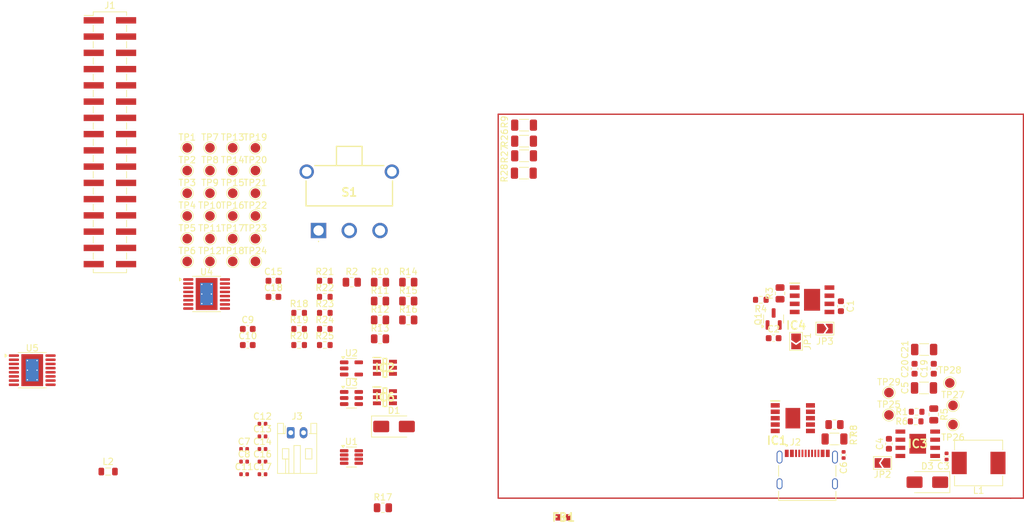
<source format=kicad_pcb>
(kicad_pcb (version 20221018) (generator pcbnew)
  (layers (0 "F.Cu" signal) (31 "B.Cu" signal) (34 "B.Paste" user) (35 "F.Paste" user) (36 "B.SilkS" user "B.Silkscreen") (37 "F.SilkS" user "F.Silkscreen") (38 "B.Mask" user) (39 "F.Mask" user) (44 "Edge.Cuts" user))
  (net 0 "")
  (net 1 "Net-(IC4-BAT)")
  (net 2 "GND")
  (net 3 "Net-(IC4-CE)")
  (net 4 "Net-(D3-K)")
  (net 5 "Net-(IC3-BOOT)")
  (net 6 "Net-(IC3-VIN)")
  (net 7 "+5V")
  (net 8 "Net-(IC1-VDD)")
  (net 9 "Monitor_out")
  (net 10 "3V3 Out")
  (net 11 "5V Out")
  (net 12 "Net-(IC2-R1{slash}C1)")
  (net 13 "Net-(IC6-R1{slash}C1)")
  (net 14 "Net-(U4-VCP)")
  (net 15 "Net-(U4-VINT)")
  (net 16 "Net-(U5B-VCP)")
  (net 17 "Net-(U5B-VINT)")
  (net 18 "Net-(IC1-DM)")
  (net 19 "Net-(IC1-CC2)")
  (net 20 "Net-(IC1-CC1)")
  (net 21 "Net-(IC1-VBUS)")
  (net 23 "Net-(IC2-R2)")
  (net 24 "EXT_LOAD2_OUT")
  (net 25 "CTRL_EXT_LOAD1")
  (net 28 "Net-(IC3-VSENSE)")
  (net 30 "Net-(IC4-PROG)")
  (net 31 "Net-(IC6-R2)")
  (net 32 "EXT_LOAD1_OUT")
  (net 33 "CTRL_EXT_LOAD2")
  (net 34 "Motor2_B_OUT")
  (net 35 "Motor2_A_OUT")
  (net 36 "Motor4_A_OUT")
  (net 37 "MOTOR2_CTRL1")
  (net 38 "Motor4_B_OUT")
  (net 39 "MOTOR2_CTRL2")
  (net 40 "MOTOR4_CTRL1")
  (net 41 "USART2_RX")
  (net 42 "MOTOR4_CTRL2")
  (net 43 "USART2_TX")
  (net 44 "FAST_CHARGE_CTRL")
  (net 45 "Battery")
  (net 46 "I2C1_SCL")
  (net 47 "I2C1_SDA")
  (net 48 "HV")
  (net 50 "MOTOR3_CTRL1")
  (net 51 "MOTOR3_CTRL2")
  (net 52 "MOTOR3_A_OUT")
  (net 53 "MOTOR1_CTRL1")
  (net 54 "MOTOR3_B_OUT")
  (net 55 "MOTOR1_CTRL2")
  (net 56 "MOTOR1_B_OUT")
  (net 57 "MOTOR1_A_OUT")
  (net 64 "Charging")
  (net 65 "Net-(U3-SW)")
  (net 66 "Net-(Q1-D)")
  (net 67 "Net-(R1-Pad1)")
  (net 68 "Net-(R10-Pad1)")
  (net 69 "Bat_out")
  (net 70 "Net-(U3-FB)")
  (net 71 "Net-(U4-AISEN)")
  (net 72 "Net-(U4-BISEN)")
  (net 73 "Net-(U5B-AISEN)")
  (net 74 "Net-(U5B-BISEN)")
  (net 75 "/Switch Out")
  (net 80 "ANAL_GND")
  (footprint "Resistor_SMD:R_0603_1608Metric" (layer "F.Cu") (at 125.93 82.05)
    (fp_text reference "R23" (at 0 -1.43) (layer "F.SilkS"))
    (fp_text value "2R")
    (pad "1" smd roundrect (at -0.825 0) (size 0.8 0.95) (layers "F.Cu" "F.Paste" "F.Mask") (net 2 "GND"))
    (pad "2" smd roundrect (at 0.825 0) (size 0.8 0.95) (layers "F.Cu" "F.Paste" "F.Mask") (net 74 "Net-(U5B-BISEN)"))
  )
  (footprint "Resistor_SMD:R_0603_1608Metric" (layer "F.Cu") (at 121.92 84.56)
    (fp_text reference "R19" (at 0 -1.43) (layer "F.SilkS"))
    (fp_text value "1R")
    (pad "1" smd roundrect (at -0.825 0) (size 0.8 0.95) (layers "F.Cu" "F.Paste" "F.Mask") (net 2 "GND"))
    (pad "2" smd roundrect (at 0.825 0) (size 0.8 0.95) (layers "F.Cu" "F.Paste" "F.Mask") (net 72 "Net-(U4-BISEN)"))
  )
  (footprint "Resistor_SMD:R_1206_3216Metric" (layer "F.Cu") (at 157 60.21)
    (fp_text reference "R28" (at -3.0375 0 90) (layer "F.SilkS"))
    (fp_text value "R100")
    (pad "1" smd roundrect (at -1.4625 0) (size 1.125 1.75) (layers "F.Cu" "F.Paste" "F.Mask") (roundrect_rratio 0.222222) (net 9 "Monitor_out"))
    (pad "2" smd roundrect (at 1.4625 0) (size 1.125 1.75) (layers "F.Cu" "F.Paste" "F.Mask") (roundrect_rratio 0.222222) (net 69 "Bat_out"))
  )
  (footprint "Capacitor_SMD:C_0402_1005Metric" (layer "F.Cu") (at 116.2 101.35)
    (fp_text reference "C13" (at 0 -1.16) (layer "F.SilkS"))
    (fp_text value "10nF")
    (pad "1" smd roundrect (at -0.48 0) (size 0.56 0.62) (layers "F.Cu" "F.Paste" "F.Mask") (net 14 "Net-(U4-VCP)"))
    (pad "2" smd roundrect (at 0.48 0) (size 0.56 0.62) (layers "F.Cu" "F.Paste" "F.Mask") (net 9 "Monitor_out"))
  )
  (footprint "Resistor_SMD:R_1206_3216Metric" (layer "F.Cu") (at 157.0375 57.5)
    (fp_text reference "R27" (at -3.0375 -0.29 90) (layer "F.SilkS"))
    (fp_text value "R100")
    (pad "1" smd roundrect (at -1.4625 0) (size 1.125 1.75) (layers "F.Cu" "F.Paste" "F.Mask") (roundrect_rratio 0.222222) (net 9 "Monitor_out"))
    (pad "2" smd roundrect (at 1.4625 0) (size 1.125 1.75) (layers "F.Cu" "F.Paste" "F.Mask") (roundrect_rratio 0.222222) (net 69 "Bat_out"))
  )
  (footprint "Capacitor_SMD:C_1206_3216Metric" (layer "F.Cu") (at 219.5 87.775 180)
    (fp_text reference "C21" (at 3 0 90) (layer "F.SilkS"))
    (fp_text value "100uF")
    (pad "1" smd roundrect (at -1.475 0 180) (size 1.15 1.8) (layers "F.Cu" "F.Paste" "F.Mask") (roundrect_rratio 0.217391) (net 7 "+5V"))
    (pad "2" smd roundrect (at 1.475 0 180) (size 1.15 1.8) (layers "F.Cu" "F.Paste" "F.Mask") (roundrect_rratio 0.217391) (net 2 "GND"))
  )
  (footprint "TestPoint:TestPoint_Pad_D1.5mm" (layer "F.Cu") (at 115.1 66.9)
    (fp_text reference "TP22" (at 0 -1.648) (layer "F.SilkS"))
    (fp_text value "TestPoint")
    (pad "1" smd circle (at 0 0) (size 1.5 1.5) (layers "F.Cu" "F.Mask") (net 2 "GND"))
  )
  (footprint "TestPoint:TestPoint_Pad_D1.5mm" (layer "F.Cu") (at 224 96.5)
    (fp_text reference "TP27" (at 0 -1.648) (layer "F.SilkS"))
    (fp_text value "TestPoint" hide)
    (pad "1" smd circle (at 0 0) (size 1.5 1.5) (layers "F.Cu" "F.Mask") (net 7 "+5V"))
  )
  (footprint "Capacitor_SMD:C_0402_1005Metric" (layer "F.Cu") (at 113.33 103.32)
    (fp_text reference "C7" (at 0 -1.16) (layer "F.SilkS"))
    (fp_text value "1uF")
    (pad "1" smd roundrect (at -0.48 0) (size 0.56 0.62) (layers "F.Cu" "F.Paste" "F.Mask") (net 2 "GND"))
    (pad "2" smd roundrect (at 0.48 0) (size 0.56 0.62) (layers "F.Cu" "F.Paste" "F.Mask") (net 9 "Monitor_out"))
  )
  (footprint "Resistor_SMD:R_0603_1608Metric" (layer "F.Cu") (at 218.325 97.5 180)
    (fp_text reference "R1" (at 2.325 0) (layer "F.SilkS"))
    (fp_text value "560R")
    (pad "1" smd roundrect (at -0.825 0 180) (size 0.8 0.95) (layers "F.Cu" "F.Paste" "F.Mask") (net 67 "Net-(R1-Pad1)"))
    (pad "2" smd roundrect (at 0.825 0 180) (size 0.8 0.95) (layers "F.Cu" "F.Paste" "F.Mask") (net 2 "GND"))
  )
  (footprint "Capacitor_SMD:C_0603_1608Metric" (layer "F.Cu") (at 117.91 77.03)
    (fp_text reference "C15" (at 0 -1.43) (layer "F.SilkS"))
    (fp_text value "10uF")
    (pad "1" smd roundrect (at -0.775 0) (size 0.9 0.95) (layers "F.Cu" "F.Paste" "F.Mask") (net 9 "Monitor_out"))
    (pad "2" smd roundrect (at 0.775 0) (size 0.9 0.95) (layers "F.Cu" "F.Paste" "F.Mask") (net 2 "GND"))
  )
  (footprint "Resistor_SMD:R_1206_3216Metric" (layer "F.Cu") (at 157.0375 55.21)
    (fp_text reference "R26" (at -3.0375 -0.5 90) (layer "F.SilkS"))
    (fp_text value "R100")
    (pad "1" smd roundrect (at -1.4625 0) (size 1.125 1.75) (layers "F.Cu" "F.Paste" "F.Mask") (roundrect_rratio 0.222222) (net 9 "Monitor_out"))
    (pad "2" smd roundrect (at 1.4625 0) (size 1.125 1.75) (layers "F.Cu" "F.Paste" "F.Mask") (roundrect_rratio 0.222222) (net 69 "Bat_out"))
  )
  (footprint "TestPoint:TestPoint_Pad_D1.5mm" (layer "F.Cu") (at 108 74)
    (fp_text reference "TP12" (at 0 -1.648) (layer "F.SilkS"))
    (fp_text value "TestPoint")
    (pad "1" smd circle (at 0 0) (size 1.5 1.5) (layers "F.Cu" "F.Mask") (net 33 "CTRL_EXT_LOAD2"))
  )
  (footprint "Resistor_SMD:R_0805_2012Metric" (layer "F.Cu") (at 197 79 90)
    (fp_text reference "R3" (at 0 -1.65 90) (layer "F.SilkS"))
    (fp_text value "5k6")
    (pad "1" smd roundrect (at -0.9125 0 90) (size 1.025 1.4) (layers "F.Cu" "F.Paste" "F.Mask") (roundrect_rratio 0.243902) (net 30 "Net-(IC4-PROG)"))
    (pad "2" smd roundrect (at 0.9125 0 90) (size 1.025 1.4) (layers "F.Cu" "F.Paste" "F.Mask") (roundrect_rratio 0.243902) (net 2 "GND"))
  )
  (footprint "Resistor_SMD:R_0805_2012Metric" (layer "F.Cu") (at 134.55 80.2)
    (fp_text reference "R11" (at 0 -1.65) (layer "F.SilkS"))
    (fp_text value "22k")
    (pad "1" smd roundrect (at -0.9125 0) (size 1.025 1.4) (layers "F.Cu" "F.Paste" "F.Mask") (roundrect_rratio 0.243902) (net 70 "Net-(U3-FB)"))
    (pad "2" smd roundrect (at 0.9125 0) (size 1.025 1.4) (layers "F.Cu" "F.Paste" "F.Mask") (roundrect_rratio 0.243902) (net 2 "GND"))
  )
  (footprint "Resistor_SMD:R_0805_2012Metric" (layer "F.Cu") (at 138.96 77.25)
    (fp_text reference "R14" (at 0 -1.65) (layer "F.SilkS"))
    (fp_text value "10k")
    (pad "1" smd roundrect (at -0.9125 0) (size 1.025 1.4) (layers "F.Cu" "F.Paste" "F.Mask") (roundrect_rratio 0.243902) (net 25 "CTRL_EXT_LOAD1"))
    (pad "2" smd roundrect (at 0.9125 0) (size 1.025 1.4) (layers "F.Cu" "F.Paste" "F.Mask") (roundrect_rratio 0.243902) (net 2 "GND"))
  )
  (footprint "Capacitor_SMD:C_0603_1608Metric" (layer "F.Cu") (at 218 90.775 -90)
    (fp_text reference "C20" (at 0 1.5 90) (layer "F.SilkS"))
    (fp_text value "10uF")
    (pad "1" smd roundrect (at -0.775 0 270) (size 0.9 0.95) (layers "F.Cu" "F.Paste" "F.Mask") (net 7 "+5V"))
    (pad "2" smd roundrect (at 0.775 0 270) (size 0.9 0.95) (layers "F.Cu" "F.Paste" "F.Mask") (net 2 "GND"))
  )
  (footprint "Capacitor_SMD:C_1206_3216Metric" (layer "F.Cu") (at 219.475 93.775 180)
    (fp_text reference "C5" (at 2.975 0 90) (layer "F.SilkS"))
    (fp_text value "100uF")
    (pad "1" smd roundrect (at -1.475 0 180) (size 1.15 1.8) (layers "F.Cu" "F.Paste" "F.Mask") (roundrect_rratio 0.217391) (net 7 "+5V"))
    (pad "2" smd roundrect (at 1.475 0 180) (size 1.15 1.8) (layers "F.Cu" "F.Paste" "F.Mask") (roundrect_rratio 0.217391) (net 2 "GND"))
  )
  (footprint "Capacitor_SMD:C_0603_1608Metric" (layer "F.Cu") (at 117.91 79.54)
    (fp_text reference "C18" (at 0 -1.43) (layer "F.SilkS"))
    (fp_text value "10uF")
    (pad "1" smd roundrect (at -0.775 0) (size 0.9 0.95) (layers "F.Cu" "F.Paste" "F.Mask") (net 9 "Monitor_out"))
    (pad "2" smd roundrect (at 0.775 0) (size 0.9 0.95) (layers "F.Cu" "F.Paste" "F.Mask") (net 2 "GND"))
  )
  (footprint "TestPoint:TestPoint_Pad_D1.5mm" (layer "F.Cu") (at 104.45 74)
    (fp_text reference "TP6" (at 0 -1.648) (layer "F.SilkS"))
    (fp_text value "TestPoint")
    (pad "1" smd circle (at 0 0) (size 1.5 1.5) (layers "F.Cu" "F.Mask") (net 9 "Monitor_out"))
  )
  (footprint "Capacitor_SMD:C_0603_1608Metric" (layer "F.Cu") (at 221 90.775 -90)
    (fp_text reference "C19" (at 0 1.5 90) (layer "F.SilkS"))
    (fp_text value "10uF")
    (pad "1" smd roundrect (at -0.775 0 270) (size 0.9 0.95) (layers "F.Cu" "F.Paste" "F.Mask") (net 7 "+5V"))
    (pad "2" smd roundrect (at 0.775 0 270) (size 0.9 0.95) (layers "F.Cu" "F.Paste" "F.Mask") (net 2 "GND"))
  )
  (footprint "TestPoint:TestPoint_Pad_D1.5mm" (layer "F.Cu") (at 115.1 63.35)
    (fp_text reference "TP21" (at 0 -1.648) (layer "F.SilkS"))
    (fp_text value "TestPoint")
    (pad "1" smd circle (at 0 0) (size 1.5 1.5) (layers "F.Cu" "F.Mask") (net 2 "GND"))
  )
  (footprint "Type-C-31-m-12:HRO_TYPE-C-31-M-12" (layer "F.Cu") (at 201.25 108.75)
    (fp_text reference "J2" (at -1.85 -6.5) (layer "F.SilkS"))
    (fp_text value "TYPE-C-31-M-12")
    (pad "" np_thru_hole circle (at -2.89 -3.68) (size 0.6 0.6) (drill 0.6) (layers "*.Cu" "*.Mask"))
    (pad "" np_thru_hole circle (at 2.89 -3.68) (size 0.6 0.6) (drill 0.6) (layers "*.Cu" "*.Mask"))
    (pad "A1_B12" smd rect (at -3.2 -4.75) (size 0.6 1.14) (layers "F.Cu" "F.Paste") (net 2 "GND"))
    (pad "A4_B9" smd rect (at -2.4 -4.75) (size 0.6 1.14) (layers "F.Cu" "F.Paste") (net 48 "HV"))
    (pad "A5" smd rect (at -1.25 -4.75) (size 0.3 1.14) (layers "F.Cu" "F.Paste") (net 20 "Net-(IC1-CC1)"))
    (pad "A6" smd rect (at -0.25 -4.75) (size 0.3 1.14) (layers "F.Cu" "F.Paste"))
    (pad "A7" smd rect (at 0.25 -4.75) (size 0.3 1.14) (layers "F.Cu" "F.Paste"))
    (pad "A8" smd rect (at 1.25 -4.75) (size 0.3 1.14) (layers "F.Cu" "F.Paste"))
    (pad "B1_A12" smd rect (at 3.2 -4.75) (size 0.6 1.14) (layers "F.Cu" "F.Paste") (net 2 "GND"))
    (pad "B4_A9" smd rect (at 2.4 -4.75) (size 0.6 1.14) (layers "F.Cu" "F.Paste") (net 48 "HV"))
    (pad "B5" smd rect (at 1.75 -4.75) (size 0.3 1.14) (layers "F.Cu" "F.Paste") (net 19 "Net-(IC1-CC2)"))
    (pad "B6" smd rect (at 0.75 -4.75) (size 0.3 1.14) (layers "F.Cu" "F.Paste"))
    (pad "B7" smd rect (at -0.75 -4.75) (size 0.3 1.14) (layers "F.Cu" "F.Paste"))
    (pad "B8" smd rect (at -1.75 -4.75) (size 0.3 1.14) (layers "F.Cu" "F.Paste"))
    (pad "S1" thru_hole oval (at -4.325 -4.17) (size 0.9 2) (drill oval 0.6 1.7) (layers "*.Cu" "*.Mask") (net 2 "GND"))
    (pad "S2" thru_hole oval (at 4.325 -4.17) (size 0.9 2) (drill oval 0.6 1.7) (layers "*.Cu" "*.Mask") (net 2 "GND"))
    (pad "S3" thru_hole oval (at -4.325 0) (size 0.9 1.7) (drill oval 0.6 1.4) (layers "*.Cu" "*.Mask") (net 2 "GND"))
    (pad "S4" thru_hole oval (at 4.325 0) (size 0.9 1.7) (drill oval 0.6 1.4) (layers "*.Cu" "*.Mask") (net 2 "GND"))
  )
  (footprint "Package_TO_SOT_SMD:TSOT-23-5" (layer "F.Cu") (at 130.09 90.725)
    (fp_text reference "U2" (at 0 -2.4) (layer "F.SilkS"))
    (fp_text value "NCV8114ASN120T1G")
    (pad "1" smd roundrect (at -1.1375 -0.95) (size 1.325 0.6) (layers "F.Cu" "F.Paste" "F.Mask") (net 9 "Monitor_out"))
    (pad "2" smd roundrect (at -1.1375 0) (size 1.325 0.6) (layers "F.Cu" "F.Paste" "F.Mask") (net 2 "GND"))
    (pad "3" smd roundrect (at -1.1375 0.95) (size 1.325 0.6) (layers "F.Cu" "F.Paste" "F.Mask") (net 9 "Monitor_out"))
    (pad "4" smd roundrect (at 1.1375 0.95) (size 1.325 0.6) (layers "F.Cu" "F.Paste" "F.Mask"))
    (pad "5" smd roundrect (at 1.1375 -0.95) (size 1.325 0.6) (layers "F.Cu" "F.Paste" "F.Mask") (net 10 "3V3 Out"))
  )
  (footprint "Capacitor_SMD:C_0402_1005Metric" (layer "F.Cu") (at 113.33 107.26)
    (fp_text reference "C11" (at 0 -1.16) (layer "F.SilkS"))
    (fp_text value "10nF")
    (pad "1" smd roundrect (at -0.48 0) (size 0.56 0.62) (layers "F.Cu" "F.Paste" "F.Mask") (net 2 "GND"))
    (pad "2" smd roundrect (at 0.48 0) (size 0.56 0.62) (layers "F.Cu" "F.Paste" "F.Mask") (net 12 "Net-(IC2-R1{slash}C1)"))
  )
  (footprint "Capacitor_SMD:C_0402_1005Metric" (layer "F.Cu") (at 116.2 99.38)
    (fp_text reference "C12" (at 0 -1.16) (layer "F.SilkS"))
    (fp_text value "10nF")
    (pad "1" smd roundrect (at -0.48 0) (size 0.56 0.62) (layers "F.Cu" "F.Paste" "F.Mask") (net 2 "GND"))
    (pad "2" smd roundrect (at 0.48 0) (size 0.56 0.62) (layers "F.Cu" "F.Paste" "F.Mask") (net 13 "Net-(IC6-R1{slash}C1)"))
  )
  (footprint "TestPoint:TestPoint_Pad_D1.5mm" (layer "F.Cu") (at 111.55 63.35)
    (fp_text reference "TP15" (at 0 -1.648) (layer "F.SilkS"))
    (fp_text value "TestPoint")
    (pad "1" smd circle (at 0 0) (size 1.5 1.5) (layers "F.Cu" "F.Mask") (net 73 "Net-(U5B-AISEN)"))
  )
  (footprint "TestPoint:TestPoint_Pad_D1.5mm" (layer "F.Cu") (at 224 99.5)
    (fp_text reference "TP26" (at 0 2) (layer "F.SilkS"))
    (fp_text value "TestPoint" hide)
    (pad "1" smd circle (at 0 0) (size 1.5 1.5) (layers "F.Cu" "F.Mask") (net 28 "Net-(IC3-VSENSE)"))
  )
  (footprint "Capacitor_SMD:C_0402_1005Metric" (layer "F.Cu") (at 116.2 105.29)
    (fp_text reference "C16" (at 0 -1.16) (layer "F.SilkS"))
    (fp_text value "10nF")
    (pad "1" smd roundrect (at -0.48 0) (size 0.56 0.62) (layers "F.Cu" "F.Paste" "F.Mask") (net 16 "Net-(U5B-VCP)"))
    (pad "2" smd roundrect (at 0.48 0) (size 0.56 0.62) (layers "F.Cu" "F.Paste" "F.Mask") (net 9 "Monitor_out"))
  )
  (footprint "Capacitor_SMD:C_0402_1005Metric" (layer "F.Cu") (at 116.2 107.26)
    (fp_text reference "C17" (at 0 -1.16) (layer "F.SilkS"))
    (fp_text value "2.2uF")
    (pad "1" smd roundrect (at -0.48 0) (size 0.56 0.62) (layers "F.Cu" "F.Paste" "F.Mask") (net 17 "Net-(U5B-VINT)"))
    (pad "2" smd roundrect (at 0.48 0) (size 0.56 0.62) (layers "F.Cu" "F.Paste" "F.Mask") (net 2 "GND"))
  )
  (footprint "Capacitor_SMD:C_0603_1608Metric" (layer "F.Cu") (at 196 86)
    (fp_text reference "C2" (at 0 -1.43) (layer "F.SilkS"))
    (fp_text value "10uF")
    (pad "1" smd roundrect (at -0.775 0) (size 0.9 0.95) (layers "F.Cu" "F.Paste" "F.Mask") (net 2 "GND"))
    (pad "2" smd roundrect (at 0.775 0) (size 0.9 0.95) (layers "F.Cu" "F.Paste" "F.Mask") (net 3 "Net-(IC4-CE)"))
  )
  (footprint "TestPoint:TestPoint_Pad_D1.5mm" (layer "F.Cu") (at 111.55 74)
    (fp_text reference "TP18" (at 0 -1.648) (layer "F.SilkS"))
    (fp_text value "TestPoint")
    (pad "1" smd circle (at 0 0) (size 1.5 1.5) (layers "F.Cu" "F.Mask") (net 2 "GND"))
  )
  (footprint "Connector_PinHeader_2.54mm:PinHeader_2x16_P2.54mm_Vertical_SMD" (layer "F.Cu") (at 92.38 55.38)
    (fp_text reference "J1" (at 0 -21.38) (layer "F.SilkS"))
    (fp_text value "Conn_02x16_Odd_Even")
    (pad "1" smd rect (at -2.525 -19.05) (size 3.15 1) (layers "F.Cu" "F.Paste" "F.Mask") (net 34 "Motor2_B_OUT"))
    (pad "2" smd rect (at 2.525 -19.05) (size 3.15 1) (layers "F.Cu" "F.Paste" "F.Mask") (net 35 "Motor2_A_OUT"))
    (pad "3" smd rect (at -2.525 -16.51) (size 3.15 1) (layers "F.Cu" "F.Paste" "F.Mask") (net 36 "Motor4_A_OUT"))
    (pad "4" smd rect (at 2.525 -16.51) (size 3.15 1) (layers "F.Cu" "F.Paste" "F.Mask") (net 37 "MOTOR2_CTRL1"))
    (pad "5" smd rect (at -2.525 -13.97) (size 3.15 1) (layers "F.Cu" "F.Paste" "F.Mask") (net 38 "Motor4_B_OUT"))
    (pad "6" smd rect (at 2.525 -13.97) (size 3.15 1) (layers "F.Cu" "F.Paste" "F.Mask") (net 39 "MOTOR2_CTRL2"))
    (pad "7" smd rect (at -2.525 -11.43) (size 3.15 1) (layers "F.Cu" "F.Paste" "F.Mask") (net 33 "CTRL_EXT_LOAD2"))
    (pad "8" smd rect (at 2.525 -11.43) (size 3.15 1) (layers "F.Cu" "F.Paste" "F.Mask") (net 40 "MOTOR4_CTRL1"))
    (pad "9" smd rect (at -2.525 -8.89) (size 3.15 1) (layers "F.Cu" "F.Paste" "F.Mask") (net 41 "USART2_RX"))
    (pad "10" smd rect (at 2.525 -8.89) (size 3.15 1) (layers "F.Cu" "F.Paste" "F.Mask") (net 42 "MOTOR4_CTRL2"))
    (pad "11" smd rect (at -2.525 -6.35) (size 3.15 1) (layers "F.Cu" "F.Paste" "F.Mask") (net 24 "EXT_LOAD2_OUT"))
    (pad "12" smd rect (at 2.525 -6.35) (size 3.15 1) (layers "F.Cu" "F.Paste" "F.Mask") (net 43 "USART2_TX"))
    (pad "13" smd rect (at -2.525 -3.81) (size 3.15 1) (layers "F.Cu" "F.Paste" "F.Mask") (net 44 "FAST_CHARGE_CTRL"))
    (pad "14" smd rect (at 2.525 -3.81) (size 3.15 1) (layers "F.Cu" "F.Paste" "F.Mask") (net 45 "Battery"))
    (pad "15" smd rect (at -2.525 -1.27) (size 3.15 1) (layers "F.Cu" "F.Paste" "F.Mask") (net 2 "GND"))
    (pad "16" smd rect (at 2.525 -1.27) (size 3.15 1) (layers "F.Cu" "F.Paste" "F.Mask") (net 46 "I2C1_SCL"))
    (pad "17" smd rect (at -2.525 1.27) (size 3.15 1) (layers "F.Cu" "F.Paste" "F.Mask") (net 47 "I2C1_SDA"))
    (pad "18" smd rect (at 2.525 1.27) (size 3.15 1) (layers "F.Cu" "F.Paste" "F.Mask") (net 10 "3V3 Out"))
    (pad "19" smd rect (at -2.525 3.81) (size 3.15 1) (layers "F.Cu" "F.Paste" "F.Mask") (net 2 "GND"))
    (pad "20" smd rect (at 2.525 3.81) (size 3.15 1) (layers "F.Cu" "F.Paste" "F.Mask") (net 11 "5V Out"))
    (pad "21" smd rect (at -2.525 6.35) (size 3.15 1) (layers "F.Cu" "F.Paste" "F.Mask") (net 32 "EXT_LOAD1_OUT"))
    (pad "22" smd rect (at 2.525 6.35) (size 3.15 1) (layers "F.Cu" "F.Paste" "F.Mask") (net 48 "HV"))
    (pad "23" smd rect (at -2.525 8.89) (size 3.15 1) (layers "F.Cu" "F.Paste" "F.Mask"))
    (pad "24" smd rect (at 2.525 8.89) (size 3.15 1) (layers "F.Cu" "F.Paste" "F.Mask") (net 50 "MOTOR3_CTRL1"))
    (pad "25" smd rect (at -2.525 11.43) (size 3.15 1) (layers "F.Cu" "F.Paste" "F.Mask") (net 25 "CTRL_EXT_LOAD1"))
    (pad "26" smd rect (at 2.525 11.43) (size 3.15 1) (layers "F.Cu" "F.Paste" "F.Mask") (net 51 "MOTOR3_CTRL2"))
    (pad "27" smd rect (at -2.525 13.97) (size 3.15 1) (layers "F.Cu" "F.Paste" "F.Mask") (net 52 "MOTOR3_A_OUT"))
    (pad "28" smd rect (at 2.525 13.97) (size 3.15 1) (layers "F.Cu" "F.Paste" "F.Mask") (net 53 "MOTOR1_CTRL1"))
    (pad "29" smd rect (at -2.525 16.51) (size 3.15 1) (layers "F.Cu" "F.Paste" "F.Mask") (net 54 "MOTOR3_B_OUT"))
    (pad "30" smd rect (at 2.525 16.51) (size 3.15 1) (layers "F.Cu" "F.Paste" "F.Mask") (net 55 "MOTOR1_CTRL2"))
    (pad "31" smd rect (at -2.525 19.05) (size 3.15 1) (layers "F.Cu" "F.Paste" "F.Mask") (net 56 "MOTOR1_B_OUT"))
    (pad "32" smd rect (at 2.525 19.05) (size 3.15 1) (layers "F.Cu" "F.Paste" "F.Mask") (net 57 "MOTOR1_A_OUT"))
  )
  (footprint "TPS27081ADDCR:SOT95P280X110-6N" (layer "F.Cu") (at 135.315 90.625)
    (fp_text reference "IC2" (at 0 0) (layer "F.SilkS") (effects (font (size 1.27 1.27) (thickness 0.254))))
    (fp_text value "TPS27081ADDCR" hide)
    (pad "1" smd rect (at -1.25 -0.95 90) (size 0.6 1.25) (layers "F.Cu" "F.Paste" "F.Mask") (net 23 "Net-(IC2-R2)"))
    (pad "2" smd rect (at -1.25 0 90) (size 0.6 1.25) (layers "F.Cu" "F.Paste" "F.Mask") (net 24 "EXT_LOAD2_OUT"))
    (pad "3" smd rect (at -1.25 0.95 90) (size 0.6 1.25) (layers "F.Cu" "F.Paste" "F.Mask") (net 24 "EXT_LOAD2_OUT"))
    (pad "4" smd rect (at 1.25 0.95 90) (size 0.6 1.25) (layers "F.Cu" "F.Paste" "F.Mask") (net 11 "5V Out"))
    (pad "5" smd rect (at 1.25 0 90) (size 0.6 1.25) (layers "F.Cu" "F.Paste" "F.Mask") (net 25 "CTRL_EXT_LOAD1"))
    (pad "6" smd rect (at 1.25 -0.95 90) (size 0.6 1.25) (layers "F.Cu" "F.Paste" "F.Mask") (net 12 "Net-(IC2-R1{slash}C1)"))
  )
  (footprint "TestPoint:TestPoint_Pad_D1.5mm" (layer "F.Cu") (at 111.55 56.25)
    (fp_text reference "TP13" (at 0 -1.648) (layer "F.SilkS"))
    (fp_text value "TestPoint")
    (pad "1" smd circle (at 0 0) (size 1.5 1.5) (layers "F.Cu" "F.Mask") (net 25 "CTRL_EXT_LOAD1"))
  )
  (footprint "TestPoint:TestPoint_Pad_D1.5mm" (layer "F.Cu") (at 108 70.45)
    (fp_text reference "TP11" (at 0 -1.648) (layer "F.SilkS"))
    (fp_text value "TestPoint")
    (pad "1" smd circle (at 0 0) (size 1.5 1.5) (layers "F.Cu" "F.Mask") (net 13 "Net-(IC6-R1{slash}C1)"))
  )
  (footprint "Resistor_SMD:R_0603_1608Metric" (layer "F.Cu") (at 125.93 84.56)
    (fp_text reference "R24" (at 0 -1.43) (layer "F.SilkS"))
    (fp_text value "1R")
    (pad "1" smd roundrect (at -0.825 0) (size 0.8 0.95) (layers "F.Cu" "F.Paste" "F.Mask") (net 2 "GND"))
    (pad "2" smd roundrect (at 0.825 0) (size 0.8 0.95) (layers "F.Cu" "F.Paste" "F.Mask") (net 74 "Net-(U5B-BISEN)"))
  )
  (footprint "TP4056-42-ESOP8:SOIC127P600X175-9N" (layer "F.Cu") (at 202 80)
    (fp_text reference "IC4" (at -2.5 4) (layer "F.SilkS") (effects (font (size 1.27 1.27) (thickness 0.254))))
    (fp_text value "TP4056-42-ESOP8" hide)
    (pad "1" smd rect (at -2.712 -1.905 90) (size 0.7 1.525) (layers "F.Cu" "F.Paste" "F.Mask") (net 2 "GND"))
    (pad "2" smd rect (at -2.712 -0.635 90) (size 0.7 1.525) (layers "F.Cu" "F.Paste" "F.Mask") (net 30 "Net-(IC4-PROG)"))
    (pad "3" smd rect (at -2.712 0.635 90) (size 0.7 1.525) (layers "F.Cu" "F.Paste" "F.Mask") (net 2 "GND"))
    (pad "4" smd rect (at -2.712 1.905 90) (size 0.7 1.525) (layers "F.Cu" "F.Paste" "F.Mask") (net 3 "Net-(IC4-CE)"))
    (pad "5" smd rect (at 2.712 1.905 90) (size 0.7 1.525) (layers "F.Cu" "F.Paste" "F.Mask") (net 1 "Net-(IC4-BAT)"))
    (pad "6" smd rect (at 2.712 0.635 90) (size 0.7 1.525) (layers "F.Cu" "F.Paste" "F.Mask") (net 2 "GND"))
    (pad "7" smd rect (at 2.712 -0.635 90) (size 0.7 1.525) (layers "F.Cu" "F.Paste" "F.Mask") (net 2 "GND"))
    (pad "8" smd rect (at 2.712 -1.905 90) (size 0.7 1.525) (layers "F.Cu" "F.Paste" "F.Mask") (net 3 "Net-(IC4-CE)"))
    (pad "9" smd rect (at 0 0) (size 2.513 3.402) (layers "F.Cu" "F.Paste" "F.Mask") (net 2 "GND"))
  )
  (footprint "Capacitor_SMD:C_0402_1005Metric" (layer "F.Cu") (at 113.33 105.29)
    (fp_text reference "C8" (at 0 -1.16) (layer "F.SilkS"))
    (fp_text value "1uF")
    (pad "1" smd roundrect (at -0.48 0) (size 0.56 0.62) (layers "F.Cu" "F.Paste" "F.Mask") (net 2 "GND"))
    (pad "2" smd roundrect (at 0.48 0) (size 0.56 0.62) (layers "F.Cu" "F.Paste" "F.Mask") (net 10 "3V3 Out"))
  )
  (footprint "Diode_SMD:D_SMA" (layer "F.Cu") (at 220 108.5 180)
    (fp_text reference "D3" (at 0 2.5) (layer "F.SilkS"))
    (fp_text value "SS34")
    (pad "1" smd roundrect (at -2 0 180) (size 2.5 1.8) (layers "F.Cu" "F.Paste" "F.Mask") (roundrect_rratio 0.1388888889) (net 4 "Net-(D3-K)"))
    (pad "2" smd roundrect (at 2 0 180) (size 2.5 1.8) (layers "F.Cu" "F.Paste" "F.Mask") (roundrect_rratio 0.1388888889) (net 2 "GND"))
  )
  (footprint "Capacitor_SMD:C_0603_1608Metric" (layer "F.Cu") (at 214 102.5 90)
    (fp_text reference "C4" (at 0 -1.43 90) (layer "F.SilkS"))
    (fp_text value "10uF")
    (pad "1" smd roundrect (at -0.775 0 90) (size 0.9 0.95) (layers "F.Cu" "F.Paste" "F.Mask") (net 6 "Net-(IC3-VIN)"))
    (pad "2" smd roundrect (at 0.775 0 90) (size 0.9 0.95) (layers "F.Cu" "F.Paste" "F.Mask") (net 2 "GND"))
  )
  (footprint "Package_TO_SOT_SMD:SOT-23-6" (layer "F.Cu") (at 130.09 95.35)
    (fp_text reference "U3" (at 0 -2.4) (layer "F.SilkS"))
    (fp_text value "MT3608")
    (pad "1" smd roundrect (at -1.1375 -0.95) (size 1.325 0.6) (layers "F.Cu" "F.Paste" "F.Mask") (net 65 "Net-(U3-SW)"))
    (pad "2" smd roundrect (at -1.1375 0) (size 1.325 0.6) (layers "F.Cu" "F.Paste" "F.Mask") (net 2 "GND"))
    (pad "3" smd roundrect (at -1.1375 0.95) (size 1.325 0.6) (layers "F.Cu" "F.Paste" "F.Mask") (net 70 "Net-(U3-FB)"))
    (pad "4" smd roundrect (at 1.1375 0.95) (size 1.325 0.6) (layers "F.Cu" "F.Paste" "F.Mask") (net 9 "Monitor_out"))
    (pad "5" smd roundrect (at 1.1375 0) (size 1.325 0.6) (layers "F.Cu" "F.Paste" "F.Mask") (net 9 "Monitor_out"))
    (pad "6" smd roundrect (at 1.1375 -0.95) (size 1.325 0.6) (layers "F.Cu" "F.Paste" "F.Mask"))
  )
  (footprint "TestPoint:TestPoint_Pad_D1.5mm" (layer "F.Cu") (at 115.1 74)
    (fp_text reference "TP24" (at 0 -1.648) (layer "F.SilkS"))
    (fp_text value "TestPoint")
    (pad "1" smd circle (at 0 0) (size 1.5 1.5) (layers "F.Cu" "F.Mask") (net 11 "5V Out"))
  )
  (footprint "TestPoint:TestPoint_Pad_D1.5mm" (layer "F.Cu") (at 214 98)
    (fp_text reference "TP25" (at 0 -1.648) (layer "F.SilkS"))
    (fp_text value "TestPoint" hide)
    (pad "1" smd circle (at 0 0) (size 1.5 1.5) (layers "F.Cu" "F.Mask") (net 2 "GND"))
  )
  (footprint "Resistor_SMD:R_0603_1608Metric" (layer "F.Cu") (at 194 80 180)
    (fp_text reference "R4" (at 0 -1.43) (layer "F.SilkS"))
    (fp_text value "2k7")
    (pad "1" smd roundrect (at -0.825 0 180) (size 0.8 0.95) (layers "F.Cu" "F.Paste" "F.Mask") (net 30 "Net-(IC4-PROG)"))
    (pad "2" smd roundrect (at 0.825 0 180) (size 0.8 0.95) (layers "F.Cu" "F.Paste" "F.Mask") (net 66 "Net-(Q1-D)"))
  )
  (footprint "TestPoint:TestPoint_Pad_D1.5mm" (layer "F.Cu") (at 223.5 93)
    (fp_text reference "TP28" (at 0 -2) (layer "F.SilkS"))
    (fp_text value "TestPoint" hide)
    (pad "1" smd circle (at 0 0) (size 1.5 1.5) (layers "F.Cu" "F.Mask") (net 7 "+5V"))
  )
  (footprint "Resistor_SMD:R_0805_2012Metric" (layer "F.Cu") (at 134.55 77.25)
    (fp_text reference "R10" (at 0 -1.65) (layer "F.SilkS"))
    (fp_text value "12K")
    (pad "1" smd roundrect (at -0.9125 0) (size 1.025 1.4) (layers "F.Cu" "F.Paste" "F.Mask") (roundrect_rratio 0.243902) (net 68 "Net-(R10-Pad1)"))
    (pad "2" smd roundrect (at 0.9125 0) (size 1.025 1.4) (layers "F.Cu" "F.Paste" "F.Mask") (roundrect_rratio 0.243902) (net 70 "Net-(U3-FB)"))
  )
  (footprint "Resistor_SMD:R_1206_3216Metric" (layer "F.Cu") (at 205.5 101.75 180)
    (fp_text reference "R7" (at -3 0 90) (layer "F.SilkS"))
    (fp_text value "1k")
    (pad "1" smd roundrect (at -1.4625 0 180) (size 1.125 1.75) (layers "F.Cu" "F.Paste" "F.Mask") (roundrect_rratio 0.222222) (net 48 "HV"))
    (pad "2" smd roundrect (at 1.4625 0 180) (size 1.125 1.75) (layers "F.Cu" "F.Paste" "F.Mask") (roundrect_rratio 0.222222) (net 8 "Net-(IC1-VDD)"))
  )
  (footprint "Resistor_SMD:R_0805_2012Metric" (layer "F.Cu") (at 138.96 83.15)
    (fp_text reference "R16" (at 0 -1.65) (layer "F.SilkS"))
    (fp_text value "150k")
    (pad "1" smd roundrect (at -0.9125 0) (size 1.025 1.4) (layers "F.Cu" "F.Paste" "F.Mask") (roundrect_rratio 0.243902) (net 11 "5V Out"))
    (pad "2" smd roundrect (at 0.9125 0) (size 1.025 1.4) (layers "F.Cu" "F.Paste" "F.Mask") (roundrect_rratio 0.243902) (net 13 "Net-(IC6-R1{slash}C1)"))
  )
  (footprint "TestPoint:TestPoint_Pad_D1.5mm" (layer "F.Cu") (at 214 94.5)
    (fp_text reference "TP29" (at 0 -1.648) (layer "F.SilkS"))
    (fp_text value "TestPoint" hide)
    (pad "1" smd circle (at 0 0) (size 1.5 1.5) (layers "F.Cu" "F.Mask") (net 2 "GND"))
  )
  (footprint "Resistor_SMD:R_0805_2012Metric" (layer "F.Cu") (at 221 97.9125 -90)
    (fp_text reference "R5" (at 0 -1.65 90) (layer "F.SilkS"))
    (fp_text value "10k")
    (pad "1" smd roundrect (at -0.9125 0 270) (size 1.025 1.4) (layers "F.Cu" "F.Paste" "F.Mask") (roundrect_rratio 0.243902) (net 7 "+5V"))
    (pad "2" smd roundrect (at 0.9125 0 270) (size 1.025 1.4) (layers "F.Cu" "F.Paste" "F.Mask") (roundrect_rratio 0.243902) (net 28 "Net-(IC3-VSENSE)"))
  )
  (footprint "TestPoint:TestPoint_Pad_D1.5mm" (layer "F.Cu") (at 104.45 59.8)
    (fp_text reference "TP2" (at 0 -1.648) (layer "F.SilkS"))
    (fp_text value "TestPoint")
    (pad "1" smd circle (at 0 0) (size 1.5 1.5) (layers "F.Cu" "F.Mask") (net 2 "GND"))
  )
  (footprint "TestPoint:TestPoint_Pad_D1.5mm" (layer "F.Cu") (at 115.1 56.25)
    (fp_text reference "TP19" (at 0 -1.648) (layer "F.SilkS"))
    (fp_text value "TestPoint")
    (pad "1" smd circle (at 0 0) (size 1.5 1.5) (layers "F.Cu" "F.Mask") (net 71 "Net-(U4-AISEN)"))
  )
  (footprint "TestPoint:TestPoint_Pad_D1.5mm" (layer "F.Cu") (at 108 56.25)
    (fp_text reference "TP7" (at 0 -1.648) (layer "F.SilkS"))
    (fp_text value "TestPoint")
    (pad "1" smd circle (at 0 0) (size 1.5 1.5) (layers "F.Cu" "F.Mask") (net 2 "GND"))
  )
  (footprint "Diode_SMD:D_SMA" (layer "F.Cu") (at 136.735 99.8)
    (fp_text reference "D1" (at 0 -2.5) (layer "F.SilkS"))
    (fp_text value "SS34")
    (pad "1" smd roundrect (at -2 0) (size 2.5 1.8) (layers "F.Cu" "F.Paste" "F.Mask") (roundrect_rratio 0.1388888889) (net 2 "GND"))
    (pad "2" smd roundrect (at 2 0) (size 2.5 1.8) (layers "F.Cu" "F.Paste" "F.Mask") (roundrect_rratio 0.1388888889) (net 11 "5V Out"))
  )
  (footprint "Resistor_SMD:R_0805_2012Metric" (layer "F.Cu") (at 138.96 80.2)
    (fp_text reference "R15" (at 0 -1.65) (layer "F.SilkS"))
    (fp_text value "12K")
    (pad "1" smd roundrect (at -0.9125 0) (size 1.025 1.4) (layers "F.Cu" "F.Paste" "F.Mask") (roundrect_rratio 0.243902) (net 2 "GND"))
    (pad "2" smd roundrect (at 0.9125 0) (size 1.025 1.4) (layers "F.Cu" "F.Paste" "F.Mask") (roundrect_rratio 0.243902) (net 31 "Net-(IC6-R2)"))
  )
  (footprint "TestPoint:TestPoint_Pad_D1.5mm" (layer "F.Cu") (at 108 59.8)
    (fp_text reference "TP8" (at 0 -1.648) (layer "F.SilkS"))
    (fp_text value "TestPoint")
    (pad "1" smd circle (at 0 0) (size 1.5 1.5) (layers "F.Cu" "F.Mask") (net 31 "Net-(IC6-R2)"))
  )
  (footprint "Resistor_SMD:R_0603_1608Metric" (layer "F.Cu") (at 121.92 82.05)
    (fp_text reference "R18" (at 0 -1.43) (layer "F.SilkS"))
    (fp_text value "1R")
    (pad "1" smd roundrect (at -0.825 0) (size 0.8 0.95) (layers "F.Cu" "F.Paste" "F.Mask") (net 2 "GND"))
    (pad "2" smd roundrect (at 0.825 0) (size 0.8 0.95) (layers "F.Cu" "F.Paste" "F.Mask") (net 71 "Net-(U4-AISEN)"))
  )
  (footprint "Resistor_SMD:R_1206_3216Metric" (layer "F.Cu") (at 157.0375 52.71)
    (fp_text reference "R9" (at -3.0375 -0.5 90) (layer "F.SilkS"))
    (fp_text value "R100")
    (pad "1" smd roundrect (at -1.4625 0) (size 1.125 1.75) (layers "F.Cu" "F.Paste" "F.Mask") (roundrect_rratio 0.222222) (net 9 "Monitor_out"))
    (pad "2" smd roundrect (at 1.4625 0) (size 1.125 1.75) (layers "F.Cu" "F.Paste" "F.Mask") (roundrect_rratio 0.222222) (net 69 "Bat_out"))
  )
  (footprint "TestPoint:TestPoint_Pad_D1.5mm" (layer "F.Cu") (at 104.45 70.45)
    (fp_text reference "TP5" (at 0 -1.648) (layer "F.SilkS"))
    (fp_text value "TestPoint")
    (pad "1" smd circle (at 0 0) (size 1.5 1.5) (layers "F.Cu" "F.Mask") (net 69 "Bat_out"))
  )
  (footprint "TestPoint:TestPoint_Pad_D1.5mm" (layer "F.Cu") (at 104.45 56.25)
    (fp_text reference "TP1" (at 0 -1.648) (layer "F.SilkS"))
    (fp_text value "TestPoint")
    (pad "1" smd circle (at 0 0) (size 1.5 1.5) (layers "F.Cu" "F.Mask") (net 30 "Net-(IC4-PROG)"))
  )
  (footprint "Capacitor_SMD:C_0603_1608Metric" (layer "F.Cu") (at 113.9 84.56)
    (fp_text reference "C9" (at 0 -1.43) (layer "F.SilkS"))
    (fp_text value "22uF")
    (pad "1" smd roundrect (at -0.775 0) (size 0.9 0.95) (layers "F.Cu" "F.Paste" "F.Mask") (net 2 "GND"))
    (pad "2" smd roundrect (at 0.775 0) (size 0.9 0.95) (layers "F.Cu" "F.Paste" "F.Mask") (net 9 "Monitor_out"))
  )
  (footprint "TestPoint:TestPoint_Pad_D1.5mm" (layer "F.Cu") (at 108 63.35)
    (fp_text reference "TP9" (at 0 -1.648) (layer "F.SilkS"))
    (fp_text value "TestPoint")
    (pad "1" smd circle (at 0 0) (size 1.5 1.5) (layers "F.Cu" "F.Mask") (net 2 "GND"))
  )
  (footprint "TestPoint:TestPoint_Pad_D1.5mm" (layer "F.Cu") (at 104.45 66.9)
    (fp_text reference "TP4" (at 0 -1.648) (layer "F.SilkS"))
    (fp_text value "TestPoint")
    (pad "1" smd circle (at 0 0) (size 1.5 1.5) (layers "F.Cu" "F.Mask") (net 66 "Net-(Q1-D)"))
  )
  (footprint "Resistor_SMD:R_0805_2012Metric" (layer "F.Cu") (at 134.55 86.1)
    (fp_text reference "R13" (at 0 -1.65) (layer "F.SilkS"))
    (fp_text value "150k")
    (pad "1" smd roundrect (at -0.9125 0) (size 1.025 1.4) (layers "F.Cu" "F.Paste" "F.Mask") (roundrect_rratio 0.243902) (net 11 "5V Out"))
    (pad "2" smd roundrect (at 0.9125 0) (size 1.025 1.4) (layers "F.Cu" "F.Paste" "F.Mask") (roundrect_rratio 0.243902) (net 12 "Net-(IC2-R1{slash}C1)"))
  )
  (footprint "Connector_JST:JST_PH_S2B-PH-K_1x02_P2.00mm_Horizontal" (layer "F.Cu") (at 120.61 100.77)
    (fp_text reference "J3" (at 1 -2.55) (layer "F.SilkS"))
    (fp_text value "Conn_01x02")
    (pad "1" thru_hole roundrect (at 0 0) (size 1.2 1.75) (drill 0.75) (layers "*.Cu" "*.Mask") (roundrect_rratio 0.208333) (net 45 "Battery"))
    (pad "2" thru_hole oval (at 2 0) (size 1.2 1.75) (drill 0.75) (layers "*.Cu" "*.Mask") (net 2 "GND"))
  )
  (footprint "Resistor_SMD:R_0603_1608Metric" (layer "F.Cu") (at 125.93 77.03)
    (fp_text reference "R21" (at 0 -1.43) (layer "F.SilkS"))
    (fp_text value "1R")
    (pad "1" smd roundrect (at -0.825 0) (size 0.8 0.95) (layers "F.Cu" "F.Paste" "F.Mask") (net 2 "GND"))
    (pad "2" smd roundrect (at 0.825 0) (size 0.8 0.95) (layers "F.Cu" "F.Paste" "F.Mask") (net 73 "Net-(U5B-AISEN)"))
  )
  (footprint "Resistor_SMD:R_0805_2012Metric" (layer "F.Cu") (at 130.14 77.25)
    (fp_text reference "R2" (at 0 -1.65) (layer "F.SilkS"))
    (fp_text value "150k")
    (pad "1" smd roundrect (at -0.9125 0) (size 1.025 1.4) (layers "F.Cu" "F.Paste" "F.Mask") (roundrect_rratio 0.243902) (net 11 "5V Out"))
    (pad "2" smd roundrect (at 0.9125 0) (size 1.025 1.4) (layers "F.Cu" "F.Paste" "F.Mask") (roundrect_rratio 0.243902) (net 68 "Net-(R10-Pad1)"))
  )
  (footprint "Resistor_SMD:R_0805_2012Metric" (layer "F.Cu") (at 205.5 99.5 180)
    (fp_text reference "R8" (at -3 -1 90) (layer "F.SilkS"))
    (fp_text value "10k")
    (pad "1" smd roundrect (at -0.9125 0 180) (size 1.025 1.4) (layers "F.Cu" "F.Paste" "F.Mask") (roundrect_rratio 0.243902) (net 48 "HV"))
    (pad "2" smd roundrect (at 0.9125 0 180) (size 1.025 1.4) (layers "F.Cu" "F.Paste" "F.Mask") (roundrect_rratio 0.243902) (net 21 "Net-(IC1-VBUS)"))
  )
  (footprint "Resistor_SMD:R_0603_1608Metric" (layer "F.Cu") (at 121.92 87.07)
    (fp_text reference "R20" (at 0 -1.43) (layer "F.SilkS"))
    (fp_text value "1R")
    (pad "1" smd roundrect (at -0.825 0) (size 0.8 0.95) (layers "F.Cu" "F.Paste" "F.Mask") (net 2 "GND"))
    (pad "2" smd roundrect (at 0.825 0) (size 0.8 0.95) (layers "F.Cu" "F.Paste" "F.Mask") (net 73 "Net-(U5B-AISEN)"))
  )
  (footprint "Jumper:SolderJumper-2_P1.3mm_Open_TrianglePad1.0x1.5mm" (layer "F.Cu") (at 213 105.5 180)
    (fp_text reference "JP2" (at 0 -1.8) (layer "F.SilkS"))
    (fp_text value "SolderJumper_2_Open" hide)
    (pad "1" smd custom (at -0.725 0 180) (size 0.3 0.3) (layers "F.Cu" "F.Mask") (net 6 "Net-(IC3-VIN)") (options (clearance outline) (anchor rect)) (primitives (gr_poly (pts (xy 1 0) (xy 0.5 0.75) (xy -0.5 0.75) (xy -0.5 -0.75) (xy 0.5 -0.75)) (width 0) (fill yes))))
    (pad "2" smd custom (at 0.725 0 180) (size 0.3 0.3) (layers "F.Cu" "F.Mask") (net 48 "HV") (options (clearance outline) (anchor rect)) (primitives (gr_poly (pts (xy 0.5 0.75) (xy -0.65 0.75) (xy -0.15 0) (xy -0.65 -0.75) (xy 0.5 -0.75)) (width 0) (fill yes))))
  )
  (footprint "Resistor_SMD:R_0805_2012Metric" (layer "F.Cu") (at 135 112.5)
    (fp_text reference "R17" (at 0 -1.65) (layer "F.SilkS"))
    (fp_text value "10k")
    (pad "1" smd roundrect (at -0.9125 0) (size 1.025 1.4) (layers "F.Cu" "F.Paste" "F.Mask") (roundrect_rratio 0.243902) (net 33 "CTRL_EXT_LOAD2"))
    (pad "2" smd roundrect (at 0.9125 0) (size 1.025 1.4) (layers "F.Cu" "F.Paste" "F.Mask") (roundrect_rratio 0.243902) (net 2 "GND"))
  )
  (footprint "TestPoint:TestPoint_Pad_D1.5mm" (layer "F.Cu") (at 115.1 70.45)
    (fp_text reference "TP23" (at 0 -1.648) (layer "F.SilkS"))
    (fp_text value "TestPoint")
    (pad "1" smd circle (at 0 0) (size 1.5 1.5) (layers "F.Cu" "F.Mask") (net 65 "Net-(U3-SW)"))
  )
  (footprint "Resistor_SMD:R_0603_1608Metric" (layer "F.Cu") (at 125.93 79.54)
    (fp_text reference "R22" (at 0 -1.43) (layer "F.SilkS"))
    (fp_text value "2R")
    (pad "1" smd roundrect (at -0.825 0) (size 0.8 0.95) (layers "F.Cu" "F.Paste" "F.Mask") (net 2 "GND"))
    (pad "2" smd roundrect (at 0.825 0) (size 0.8 0.95) (layers "F.Cu" "F.Paste" "F.Mask") (net 73 "Net-(U5B-AISEN)"))
  )
  (footprint "CH224K:SOP100P600X180-11N" (layer "F.Cu") (at 199 98.5)
    (fp_text reference "IC1" (at -2.5 3.5) (layer "F.SilkS") (effects (font (size 1.27 1.27) (thickness 0.254))))
    (fp_text value "CH224K" hide)
    (pad "1" smd rect (at -2.75 -2 90) (size 0.7 1.4) (layers "F.Cu" "F.Paste" "F.Mask") (net 8 "Net-(IC1-VDD)"))
    (pad "2" smd rect (at -2.75 -1 90) (size 0.7 1.4) (layers "F.Cu" "F.Paste" "F.Mask") (net 2 "GND"))
    (pad "3" smd rect (at -2.75 0 90) (size 0.7 1.4) (layers "F.Cu" "F.Paste" "F.Mask") (net 2 "GND"))
    (pad "4" smd rect (at -2.75 1 90) (size 0.7 1.4) (layers "F.Cu" "F.Paste" "F.Mask") (net 18 "Net-(IC1-DM)"))
    (pad "5" smd rect (at -2.75 2 90) (size 0.7 1.4) (layers "F.Cu" "F.Paste" "F.Mask") (net 18 "Net-(IC1-DM)"))
    (pad "6" smd rect (at 2.75 2 90) (size 0.7 1.4) (layers "F.Cu" "F.Paste" "F.Mask") (net 19 "Net-(IC1-CC2)"))
    (pad "7" smd rect (at 2.75 1 90) (size 0.7 1.4) (layers "F.Cu" "F.Paste" "F.Mask") (net 20 "Net-(IC1-CC1)"))
    (pad "8" smd rect (at 2.75 0 90) (size 0.7 1.4) (layers "F.Cu" "F.Paste" "F.Mask") (net 21 "Net-(IC1-VBUS)"))
    (pad "9" smd rect (at 2.75 -1 90) (size 0.7 1.4) (layers "F.Cu" "F.Paste" "F.Mask") (net 2 "GND"))
    (pad "10" smd rect (at 2.75 -2 90) (size 0.7 1.4) (layers "F.Cu" "F.Paste" "F.Mask"))
    (pad "11" smd rect (at 0 0) (size 2.3 3.2) (layers "F.Cu" "F.Paste" "F.Mask") (net 2 "GND"))
  )
  (footprint "TestPoint:TestPoint_Pad_D1.5mm" (layer "F.Cu") (at 108 66.9)
    (fp_text reference "TP10" (at 0 -1.648) (layer "F.SilkS"))
    (fp_text value "TestPoint")
    (pad "1" smd circle (at 0 0) (size 1.5 1.5) (layers "F.Cu" "F.Mask") (net 23 "Net-(IC2-R2)"))
  )
  (footprint "Capacitor_SMD:C_0603_1608Metric" (layer "F.Cu") (at 113.9 87.07)
    (fp_text reference "C10" (at 0 -1.43) (layer "F.SilkS"))
    (fp_text value "22uF")
    (pad "1" smd roundrect (at -0.775 0) (size 0.9 0.95) (layers "F.Cu" "F.Paste" "F.Mask") (net 2 "GND"))
    (pad "2" smd roundrect (at 0.775 0) (size 0.9 0.95) (layers "F.Cu" "F.Paste" "F.Mask") (net 11 "5V Out"))
  )
  (footprint "Capacitor_SMD:C_0402_1005Metric" (layer "F.Cu") (at 223 104.48 90)
    (fp_text reference "C3" (at -1.52 -0.5 180) (layer "F.SilkS"))
    (fp_text value "10nF")
    (pad "1" smd roundrect (at -0.48 0 90) (size 0.56 0.62) (layers "F.Cu" "F.Paste" "F.Mask") (net 4 "Net-(D3-K)"))
    (pad "2" smd roundrect (at 0.48 0 90) (size 0.56 0.62) (layers "F.Cu" "F.Paste" "F.Mask") (net 5 "Net-(IC3-BOOT)"))
  )
  (footprint "Package_SO:HTSSOP-16-1EP_4.4x5mm_P0.65mm_EP3.4x5mm_Mask2.46x2.31mm_ThermalVias" (layer "F.Cu") (at 107.475 79.095)
    (fp_text reference "U4" (at 0 -3.45) (layer "F.SilkS"))
    (fp_text value "DRV8833PWP")
    (pad "1" smd roundrect (at -2.8625 -2.275) (size 1.575 0.4) (layers "F.Cu" "F.Paste" "F.Mask") (net 9 "Monitor_out"))
    (pad "2" smd roundrect (at -2.8625 -1.625) (size 1.575 0.4) (layers "F.Cu" "F.Paste" "F.Mask") (net 57 "MOTOR1_A_OUT"))
    (pad "3" smd roundrect (at -2.8625 -0.975) (size 1.575 0.4) (layers "F.Cu" "F.Paste" "F.Mask") (net 71 "Net-(U4-AISEN)"))
    (pad "4" smd roundrect (at -2.8625 -0.325) (size 1.575 0.4) (layers "F.Cu" "F.Paste" "F.Mask") (net 56 "MOTOR1_B_OUT"))
    (pad "5" smd roundrect (at -2.8625 0.325) (size 1.575 0.4) (layers "F.Cu" "F.Paste" "F.Mask") (net 34 "Motor2_B_OUT"))
    (pad "6" smd roundrect (at -2.8625 0.975) (size 1.575 0.4) (layers "F.Cu" "F.Paste" "F.Mask") (net 72 "Net-(U4-BISEN)"))
    (pad "7" smd roundrect (at -2.8625 1.625) (size 1.575 0.4) (layers "F.Cu" "F.Paste" "F.Mask") (net 35 "Motor2_A_OUT"))
    (pad "8" smd roundrect (at -2.8625 2.275) (size 1.575 0.4) (layers "F.Cu" "F.Paste" "F.Mask"))
    (pad "9" smd roundrect (at 2.8625 2.275) (size 1.575 0.4) (layers "F.Cu" "F.Paste" "F.Mask") (net 37 "MOTOR2_CTRL1"))
    (pad "10" smd roundrect (at 2.8625 1.625) (size 1.575 0.4) (layers "F.Cu" "F.Paste" "F.Mask") (net 39 "MOTOR2_CTRL2"))
    (pad "11" smd roundrect (at 2.8625 0.975) (size 1.575 0.4) (layers "F.Cu" "F.Paste" "F.Mask") (net 14 "Net-(U4-VCP)"))
    (pad "12" smd roundrect (at 2.8625 0.325) (size 1.575 0.4) (layers "F.Cu" "F.Paste" "F.Mask") (net 9 "Monitor_out"))
    (pad "13" smd roundrect (at 2.8625 -0.325) (size 1.575 0.4) (layers "F.Cu" "F.Paste" "F.Mask") (net 2 "GND"))
    (pad "14" smd roundrect (at 2.8625 -0.975) (size 1.575 0.4) (layers "F.Cu" "F.Paste" "F.Mask") (net 15 "Net-(U4-VINT)"))
    (pad "15" smd roundrect (at 2.8625 -1.625) (size 1.575 0.4) (layers "F.Cu" "F.Paste" "F.Mask") (net 55 "MOTOR1_CTRL2"))
    (pad "16" smd roundrect (at 2.8625 -2.275) (size 1.575 0.4) (layers "F.Cu" "F.Paste" "F.Mask") (net 53 "MOTOR1_CTRL1"))
    (pad "17" thru_hole circle (at -0.75 -1.5) (size 0.5 0.5) (drill 0.2) (property pad_prop_heatsink) (layers "*.Cu") (net 2 "GND"))
    (pad "17" thru_hole circle (at -0.75 0) (size 0.5 0.5) (drill 0.2) (property pad_prop_heatsink) (layers "*.Cu") (net 2 "GND"))
    (pad "17" thru_hole circle (at -0.75 1.5) (size 0.5 0.5) (drill 0.2) (property pad_prop_heatsink) (layers "*.Cu") (net 2 "GND"))
    (pad "17" smd rect (at 0 0) (size 2 3.5) (property pad_prop_heatsink) (layers "B.Cu") (net 2 "GND"))
    (pad "17" smd rect (at 0 0) (size 3.4 5) (property pad_prop_heatsink) (layers "F.Cu") (net 2 "GND"))
    (pad "17" thru_hole circle (at 0.75 -1.5) (size 0.5 0.5) (drill 0.2) (property pad_prop_heatsink) (layers "*.Cu") (net 2 "GND"))
    (pad "17" thru_hole circle (at 0.75 0) (size 0.5 0.5) (drill 0.2) (property pad_prop_heatsink) (layers "*.Cu") (net 2 "GND"))
    (pad "17" thru_hole circle (at 0.75 1.5) (size 0.5 0.5) (drill 0.2) (property pad_prop_heatsink) (layers "*.Cu") (net 2 "GND"))
  )
  (footprint "TestPoint:TestPoint_Pad_D1.5mm" (layer "F.Cu") (at 104.45 63.35)
    (fp_text reference "TP3" (at 0 -1.648) (layer "F.SilkS"))
    (fp_text value "TestPoint")
    (pad "1" smd circle (at 0 0) (size 1.5 1.5) (layers "F.Cu" "F.Mask") (net 30 "Net-(IC4-PROG)"))
  )
  (footprint "Jumper:SolderJumper-2_P1.3mm_Open_TrianglePad1.0x1.5mm" (layer "F.Cu") (at 204 84.5)
    (fp_text reference "JP3" (at 0 2) (layer "F.SilkS"))
    (fp_text value "SolderJumper_2_Open")
    (pad "1" smd custom (at -0.725 0) (size 0.3 0.3) (layers "F.Cu" "F.Mask") (net 64 "Charging") (options (clearance outline) (anchor rect)) (primitives (gr_poly (pts (xy 1 0) (xy 0.5 0.75) (xy -0.5 0.75) (xy -0.5 -0.75) (xy 0.5 -0.75)) (width 0) (fill yes))))
    (pad "2" smd custom (at 0.725 0) (size 0.3 0.3) (layers "F.Cu" "F.Mask") (net 1 "Net-(IC4-BAT)") (options (clearance outline) (anchor rect)) (primitives (gr_poly (pts (xy 0.5 0.75) (xy -0.65 0.75) (xy -0.15 0) (xy -0.65 -0.75) (xy 0.5 -0.75)) (width 0) (fill yes))))
  )
  (footprint "Capacitor_SMD:C_0402_1005Metric" (layer "F.Cu") (at 116.2 103.32)
    (fp_text reference "C14" (at 0 -1.16) (layer "F.SilkS"))
    (fp_text value "2.2uF")
    (pad "1" smd roundrect (at -0.48 0) (size 0.56 0.62) (layers "F.Cu" "F.Paste" "F.Mask") (net 15 "Net-(U4-VINT)"))
    (pad "2" smd roundrect (at 0.48 0) (size 0.56 0.62) (layers "F.Cu" "F.Paste" "F.Mask") (net 2 "GND"))
  )
  (footprint "Package_TO_SOT_SMD:SOT-23-8" (layer "F.Cu") (at 130.09 104.57)
    (fp_text reference "U1" (at 0 -2.4) (layer "F.SilkS"))
    (fp_text value "INA219AxDCN")
    (pad "1" smd roundrect (at -1.1375 -0.975) (size 1.325 0.5) (layers "F.Cu" "F.Paste" "F.Mask") (net 69 "Bat_out"))
    (pad "2" smd roundrect (at -1.1375 -0.325) (size 1.325 0.5) (layers "F.Cu" "F.Paste" "F.Mask") (net 9 "Monitor_out"))
    (pad "3" smd roundrect (at -1.1375 0.325) (size 1.325 0.5) (layers "F.Cu" "F.Paste" "F.Mask") (net 80 "ANAL_GND"))
    (pad "4" smd roundrect (at -1.1375 0.975) (size 1.325 0.5) (layers "F.Cu" "F.Paste" "F.Mask") (net 10 "3V3 Out"))
    (pad "5" smd roundrect (at 1.1375 0.975) (size 1.325 0.5) (layers "F.Cu" "F.Paste" "F.Mask") (net 46 "I2C1_SCL"))
    (pad "6" smd roundrect (at 1.1375 0.325) (size 1.325 0.5) (layers "F.Cu" "F.Paste" "F.Mask") (net 47 "I2C1_SDA"))
    (pad "7" smd roundrect (at 1.1375 -0.325) (size 1.325 0.5) (layers "F.Cu" "F.Paste" "F.Mask") (net 10 "3V3 Out"))
    (pad "8" smd roundrect (at 1.1375 -0.975) (size 1.325 0.5) (layers "F.Cu" "F.Paste" "F.Mask") (net 80 "ANAL_GND"))
  )
  (footprint "Capacitor_SMD:C_0402_1005Metric" (layer "F.Cu") (at 206.925 104.25 90)
    (fp_text reference "C6" (at -2 0 90) (layer "F.SilkS"))
    (fp_text value "1uF")
    (pad "1" smd roundrect (at -0.48 0 90) (size 0.56 0.62) (layers "F.Cu" "F.Paste" "F.Mask") (net 2 "GND"))
    (pad "2" smd roundrect (at 0.48 0 90) (size 0.56 0.62) (layers "F.Cu" "F.Paste" "F.Mask") (net 8 "Net-(IC1-VDD)"))
  )
  (footprint "TestPoint:TestPoint_Pad_D1.5mm" (layer "F.Cu") (at 111.55 66.9)
    (fp_text reference "TP16" (at 0 -1.648) (layer "F.SilkS"))
    (fp_text value "TestPoint")
    (pad "1" smd circle (at 0 0) (size 1.5 1.5) (layers "F.Cu" "F.Mask") (net 74 "Net-(U5B-BISEN)"))
  )
  (footprint "Inductor_SMD:L_Sunlord_MWSA0603S" (layer "F.Cu") (at 228 105.5 180)
    (fp_text reference "L1" (at 0 -4.3) (layer "F.SilkS"))
    (fp_text value "15uH" hide)
    (pad "1" smd rect (at -3.025 0 180) (size 2.35 3.5) (layers "F.Cu" "F.Paste" "F.Mask") (net 7 "+5V"))
    (pad "2" smd rect (at 3.025 0 180) (size 2.35 3.5) (layers "F.Cu" "F.Paste" "F.Mask") (net 4 "Net-(D3-K)"))
  )
  (footprint "Inductor_SMD:L_0805_2012Metric" (layer "F.Cu") (at 92.1 106.84)
    (fp_text reference "L2" (at 0 -1.55) (layer "F.SilkS"))
    (fp_text value "10uH")
    (pad "1" smd roundrect (at -1.0625 0) (size 0.875 1.2) (layers "F.Cu" "F.Paste" "F.Mask") (net 65 "Net-(U3-SW)"))
    (pad "2" smd roundrect (at 1.0625 0) (size 0.875 1.2) (layers "F.Cu" "F.Paste" "F.Mask") (net 11 "5V Out"))
  )
  (footprint "Resistor_SMD:R_0603_1608Metric" (layer "F.Cu") (at 218.175 99)
    (fp_text reference "R6" (at -2.175 0) (layer "F.SilkS"))
    (fp_text value "2k7")
    (pad "1" smd roundrect (at -0.825 0) (size 0.8 0.95) (layers "F.Cu" "F.Paste" "F.Mask") (net 28 "Net-(IC3-VSENSE)"))
    (pad "2" smd roundrect (at 0.825 0) (size 0.8 0.95) (layers "F.Cu" "F.Paste" "F.Mask") (net 67 "Net-(R1-Pad1)"))
  )
  (footprint "TPS27081ADDCR:SOT95P280X110-6N" (layer "F.Cu") (at 135.315 95.225)
    (fp_text reference "IC6" (at 0 0) (layer "F.SilkS") (effects (font (size 1.27 1.27) (thickness 0.254))))
    (fp_text value "TPS27081ADDCR" hide)
    (pad "1" smd rect (at -1.25 -0.95 90) (size 0.6 1.25) (layers "F.Cu" "F.Paste" "F.Mask") (net 31 "Net-(IC6-R2)"))
    (pad "2" smd rect (at -1.25 0 90) (size 0.6 1.25) (layers "F.Cu" "F.Paste" "F.Mask") (net 32 "EXT_LOAD1_OUT"))
    (pad "3" smd rect (at -1.25 0.95 90) (size 0.6 1.25) (layers "F.Cu" "F.Paste" "F.Mask") (net 32 "EXT_LOAD1_OUT"))
    (pad "4" smd rect (at 1.25 0.95 90) (size 0.6 1.25) (layers "F.Cu" "F.Paste" "F.Mask") (net 11 "5V Out"))
    (pad "5" smd rect (at 1.25 0 90) (size 0.6 1.25) (layers "F.Cu" "F.Paste" "F.Mask") (net 33 "CTRL_EXT_LOAD2"))
    (pad "6" smd rect (at 1.25 -0.95 90) (size 0.6 1.25) (layers "F.Cu" "F.Paste" "F.Mask") (net 13 "Net-(IC6-R1{slash}C1)"))
  )
  (footprint "SS-12D11G3R:SS12D11G3R" (layer "F.Cu") (at 124.95 69.175)
    (fp_text reference "S1" (at 4.8 -5.975) (layer "F.SilkS") (effects (font (size 1.27 1.27) (thickness 0.254))))
    (fp_text value "SS-12D11G3R" hide)
    (pad "1" thru_hole rect (at 0 0) (size 2.4 2.4) (drill 1.6) (layers "*.Cu" "*.Mask") (net 69 "Bat_out"))
    (pad "2" thru_hole circle (at 4.8 0) (size 2.4 2.4) (drill 1.6) (layers "*.Cu" "*.Mask") (net 45 "Battery"))
    (pad "3" thru_hole circle (at 9.6 0) (size 2.4 2.4) (drill 1.6) (layers "*.Cu" "*.Mask") (net 64 "Charging"))
    (pad "4" thru_hole circle (at -1.85 -9.2) (size 2.25 2.25) (drill 1.5) (layers "*.Cu" "*.Mask") (net 2 "GND"))
    (pad "5" thru_hole circle (at 11.45 -9.2) (size 2.25 2.25) (drill 1.5) (layers "*.Cu" "*.Mask") (net 2 "GND"))
  )
  (footprint "Capacitor_SMD:C_0603_1608Metric" (layer "F.Cu") (at 206.5 81 90)
    (fp_text reference "C1" (at 0 1.5 90) (layer "F.SilkS"))
    (fp_text value "10uF")
    (pad "1" smd roundrect (at -0.775 0 90) (size 0.9 0.95) (layers "F.Cu" "F.Paste" "F.Mask") (net 1 "Net-(IC4-BAT)"))
    (pad "2" smd roundrect (at 0.775 0 90) (size 0.9 0.95) (layers "F.Cu" "F.Paste" "F.Mask") (net 2 "GND"))
  )
  (footprint "TestPoint:TestPoint_Pad_D1.5mm" (layer "F.Cu") (at 111.55 70.45)
    (fp_text reference "TP17" (at 0 -1.648) (layer "F.SilkS"))
    (fp_text value "TestPoint")
    (pad "1" smd circle (at 0 0) (size 1.5 1.5) (layers "F.Cu" "F.Mask") (net 2 "GND"))
  )
  (footprint "Package_TO_SOT_SMD:SOT-23" (layer "F.Cu") (at 196 83 90)
    (fp_text reference "Q1" (at 0 -2.4 90) (layer "F.SilkS"))
    (fp_text value "AO3400A")
    (pad "1" smd roundrect (at -0.9375 -0.95 90) (size 1.475 0.6) (layers "F.Cu" "F.Paste" "F.Mask") (net 44 "FAST_CHARGE_CTRL"))
    (pad "2" smd roundrect (at -0.9375 0.95 90) (size 1.475 0.6) (layers "F.Cu" "F.Paste" "F.Mask") (net 2 "GND"))
    (pad "3" smd roundrect (at 0.9375 0 90) (size 1.475 0.6) (layers "F.Cu" "F.Paste" "F.Mask") (net 66 "Net-(Q1-D)"))
  )
  (footprint "TestPoint:TestPoint_Pad_D1.5mm" (layer "F.Cu") (at 115.1 59.8)
    (fp_text reference "TP20" (at 0 -1.648) (layer "F.SilkS"))
    (fp_text value "TestPoint")
    (pad "1" smd circle (at 0 0) (size 1.5 1.5) (layers "F.Cu" "F.Mask") (net 72 "Net-(U4-BISEN)"))
  )
  (footprint "TestPoint:TestPoint_Pad_D1.5mm" (layer "F.Cu") (at 111.55 59.8)
    (fp_text reference "TP14" (at 0 -1.648) (layer "F.SilkS"))
    (fp_text value "TestPoint")
    (pad "1" smd circle (at 0 0) (size 1.5 1.5) (layers "F.Cu" "F.Mask") (net 12 "Net-(IC2-R1{slash}C1)"))
  )
  (footprint "TPS5430DDAR:SOIC127P600X170-9N" (layer "F.Cu") (at 218.5 102.5 180)
    (fp_text reference "IC3" (at 0 0) (layer "F.SilkS") (effects (font (size 1.27 1.27) (thickness 0.254))))
    (fp_text value "TPS5430DDAR" hide)
    (pad "1" smd rect (at -2.712 -1.905 270) (size 0.65 1.525) (layers "F.Cu" "F.Paste" "F.Mask") (net 5 "Net-(IC3-BOOT)"))
    (pad "2" smd rect (at -2.712 -0.635 270) (size 0.65 1.525) (layers "F.Cu" "F.Paste" "F.Mask"))
    (pad "3" smd rect (at -2.712 0.635 270) (size 0.65 1.525) (layers "F.Cu" "F.Paste" "F.Mask"))
    (pad "4" smd rect (at -2.712 1.905 270) (size 0.65 1.525) (layers "F.Cu" "F.Paste" "F.Mask") (net 28 "Net-(IC3-VSENSE)"))
    (pad "5" smd rect (at 2.712 1.905 270) (size 0.65 1.525) (layers "F.Cu" "F.Paste" "F.Mask"))
    (pad "6" smd rect (at 2.712 0.635 270) (size 0.65 1.525) (layers "F.Cu" "F.Paste" "F.Mask") (net 2 "GND"))
    (pad "7" smd rect (at 2.712 -0.635 270) (size 0.65 1.525) (layers "F.Cu" "F.Paste" "F.Mask") (net 6 "Net-(IC3-VIN)"))
    (pad "8" smd rect (at 2.712 -1.905 270) (size 0.65 1.525) (layers "F.Cu" "F.Paste" "F.Mask") (net 4 "Net-(D3-K)"))
    (pad "9" smd rect (at 0 0 180) (size 2.6 3.1) (layers "F.Cu" "F.Paste" "F.Mask") (net 2 "GND"))
  )
  (footprint "Resistor_SMD:R_0603_1608Metric" (layer "F.Cu") (at 125.93 87.07)
    (fp_text reference "R25" (at 0 -1.43) (layer "F.SilkS"))
    (fp_text value "1R")
    (pad "1" smd roundrect (at -0.825 0) (size 0.8 0.95) (layers "F.Cu" "F.Paste" "F.Mask") (net 2 "GND"))
    (pad "2" smd roundrect (at 0.825 0) (size 0.8 0.95) (layers "F.Cu" "F.Paste" "F.Mask") (net 74 "Net-(U5B-BISEN)"))
  )
  (footprint "GZ1608D601TF:BEADC1608X95N" (layer "F.Cu") (at 163.2 114)
    (fp_text reference "FB1" (at 0 0) (layer "F.SilkS") (effects (font (size 1.27 1.27) (thickness 0.254))))
    (fp_text value "FerriteBead" hide)
    (pad "1" smd rect (at -0.8 0) (size 0.9 1) (layers "F.Cu" "F.Paste" "F.Mask") (net 80 "ANAL_GND"))
    (pad "2" smd rect (at 0.8 0) (size 0.9 1) (layers "F.Cu" "F.Paste" "F.Mask") (net 2 "GND"))
  )
  (footprint "Resistor_SMD:R_0805_2012Metric" (layer "F.Cu") (at 134.55 83.15)
    (fp_text reference "R12" (at 0 -1.65) (layer "F.SilkS"))
    (fp_text value "12K")
    (pad "1" smd roundrect (at -0.9125 0) (size 1.025 1.4) (layers "F.Cu" "F.Paste" "F.Mask") (roundrect_rratio 0.243902) (net 2 "GND"))
    (pad "2" smd roundrect (at 0.9125 0) (size 1.025 1.4) (layers "F.Cu" "F.Paste" "F.Mask") (roundrect_rratio 0.243902) (net 23 "Net-(IC2-R2)"))
  )
  (footprint "Jumper:SolderJumper-2_P1.3mm_Open_TrianglePad1.0x1.5mm" (layer "F.Cu") (at 199.5 86.5 -90)
    (fp_text reference "JP1" (at 0 -1.8 90) (layer "F.SilkS"))
    (fp_text value "SolderJumper_2_Open" hide)
    (pad "1" smd custom (at -0.725 0 270) (size 0.3 0.3) (layers "F.Cu" "F.Mask") (net 3 "Net-(IC4-CE)") (options (clearance outline) (anchor rect)) (primitives (gr_poly (pts (xy 1 0) (xy 0.5 0.75) (xy -0.5 0.75) (xy -0.5 -0.75) (xy 0.5 -0.75)) (width 0) (fill yes))))
    (pad "2" smd custom (at 0.725 0 270) (size 0.3 0.3) (layers "F.Cu" "F.Mask") (net 7 "+5V") (options (clearance outline) (anchor rect)) (primitives (gr_poly (pts (xy 0.5 0.75) (xy -0.65 0.75) (xy -0.15 0) (xy -0.65 -0.75) (xy 0.5 -0.75)) (width 0) (fill yes))))
  )
  (footprint "Package_SO:HTSSOP-16-1EP_4.4x5mm_P0.65mm_EP3.4x5mm_Mask2.46x2.31mm_ThermalVias" (layer "F.Cu") (at 80.25 91)
    (fp_text reference "U5" (at 0 -3.45) (layer "F.SilkS"))
    (fp_text value "DRV8833PWP")
    (pad "1" smd roundrect (at -2.8625 -2.275) (size 1.575 0.4) (layers "F.Cu" "F.Paste" "F.Mask") (net 75 "/Switch Out"))
    (pad "2" smd roundrect (at -2.8625 -1.625) (size 1.575 0.4) (layers "F.Cu" "F.Paste" "F.Mask") (net 52 "MOTOR3_A_OUT"))
    (pad "3" smd roundrect (at -2.8625 -0.975) (size 1.575 0.4) (layers "F.Cu" "F.Paste" "F.Mask") (net 73 "Net-(U5B-AISEN)"))
    (pad "4" smd roundrect (at -2.8625 -0.325) (size 1.575 0.4) (layers "F.Cu" "F.Paste" "F.Mask") (net 54 "MOTOR3_B_OUT"))
    (pad "5" smd roundrect (at -2.8625 0.325) (size 1.575 0.4) (layers "F.Cu" "F.Paste" "F.Mask") (net 38 "Motor4_B_OUT"))
    (pad "6" smd roundrect (at -2.8625 0.975) (size 1.575 0.4) (layers "F.Cu" "F.Paste" "F.Mask") (net 74 "Net-(U5B-BISEN)"))
    (pad "7" smd roundrect (at -2.8625 1.625) (size 1.575 0.4) (layers "F.Cu" "F.Paste" "F.Mask") (net 36 "Motor4_A_OUT"))
    (pad "8" smd roundrect (at -2.8625 2.275) (size 1.575 0.4) (layers "F.Cu" "F.Paste" "F.Mask"))
    (pad "9" smd roundrect (at 2.8625 2.275) (size 1.575 0.4) (layers "F.Cu" "F.Paste" "F.Mask") (net 40 "MOTOR4_CTRL1"))
    (pad "10" smd roundrect (at 2.8625 1.625) (size 1.575 0.4) (layers "F.Cu" "F.Paste" "F.Mask") (net 42 "MOTOR4_CTRL2"))
    (pad "11" smd roundrect (at 2.8625 0.975) (size 1.575 0.4) (layers "F.Cu" "F.Paste" "F.Mask") (net 16 "Net-(U5B-VCP)"))
    (pad "12" smd roundrect (at 2.8625 0.325) (size 1.575 0.4) (layers "F.Cu" "F.Paste" "F.Mask") (net 9 "Monitor_out"))
    (pad "13" smd roundrect (at 2.8625 -0.325) (size 1.575 0.4) (layers "F.Cu" "F.Paste" "F.Mask") (net 2 "GND"))
    (pad "14" smd roundrect (at 2.8625 -0.975) (size 1.575 0.4) (layers "F.Cu" "F.Paste" "F.Mask") (net 17 "Net-(U5B-VINT)"))
    (pad "15" smd roundrect (at 2.8625 -1.625) (size 1.575 0.4) (layers "F.Cu" "F.Paste" "F.Mask") (net 51 "MOTOR3_CTRL2"))
    (pad "16" smd roundrect (at 2.8625 -2.275) (size 1.575 0.4) (layers "F.Cu" "F.Paste" "F.Mask") (net 50 "MOTOR3_CTRL1"))
    (pad "17" thru_hole circle (at -0.75 -1.5) (size 0.5 0.5) (drill 0.2) (property pad_prop_heatsink) (layers "*.Cu") (net 2 "GND"))
    (pad "17" thru_hole circle (at -0.75 0) (size 0.5 0.5) (drill 0.2) (property pad_prop_heatsink) (layers "*.Cu") (net 2 "GND"))
    (pad "17" thru_hole circle (at -0.75 1.5) (size 0.5 0.5) (drill 0.2) (property pad_prop_heatsink) (layers "*.Cu") (net 2 "GND"))
    (pad "17" smd rect (at 0 0) (size 2 3.5) (property pad_prop_heatsink) (layers "B.Cu") (net 2 "GND"))
    (pad "17" smd rect (at 0 0) (size 3.4 5) (property pad_prop_heatsink) (layers "F.Cu") (net 2 "GND"))
    (pad "17" thru_hole circle (at 0.75 -1.5) (size 0.5 0.5) (drill 0.2) (property pad_prop_heatsink) (layers "*.Cu") (net 2 "GND"))
    (pad "17" thru_hole circle (at 0.75 0) (size 0.5 0.5) (drill 0.2) (property pad_prop_heatsink) (layers "*.Cu") (net 2 "GND"))
    (pad "17" thru_hole circle (at 0.75 1.5) (size 0.5 0.5) (drill 0.2) (property pad_prop_heatsink) (layers "*.Cu") (net 2 "GND"))
  )
  (gr_line (start 153 111) (end 233 111) (stroke (width 0.2)) (layer "F.Cu"))
  (gr_line (start 233 111) (end 235 111) (stroke (width 0.2)) (layer "F.Cu"))
  (gr_line (start 153 51) (end 153 111) (stroke (width 0.2)) (layer "F.Cu"))
  (gr_line (start 235 111) (end 235 51) (stroke (width 0.2)) (layer "F.Cu"))
  (gr_line (start 235 51) (end 153 51) (stroke (width 0.2)) (layer "F.Cu"))
)
</source>
